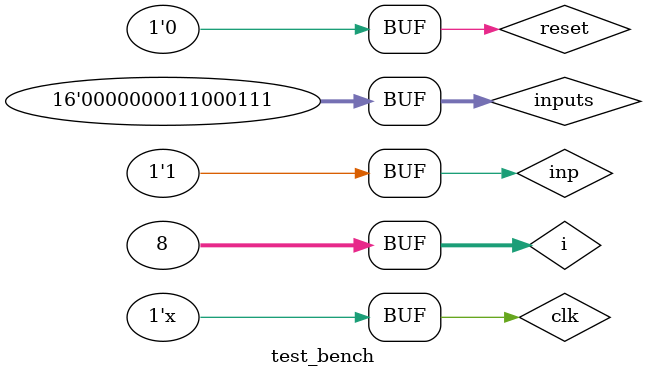
<source format=v>
`timescale 1ns/1ps

module fsm(reset,out,inp,clk);
input inp,clk,reset;
output reg out;

reg [1:0] curr_state;
reg[1:0] next_state;

//States
parameter A =2'b00;
parameter B =2'b01;
parameter C =2'b10;

//Sequential Logic
always @(posedge clk or posedge reset)
begin
	if(reset==1)
		begin
		out=0;
		curr_state<=A;
		end
	else
		begin
		curr_state<=next_state;
		end
end

//Next State Logic and the Output Logic
//Mealy FSM-output depends on both inputs and current state
always @(curr_state or inp)
begin 
		if(clk==1) begin	
		case(curr_state)
		A:begin
			out<=0;
			if(inp==0) next_state <= B;
			else next_state <= C;
		end
		B:begin
			if(inp==0) begin 
			next_state <= B;
			out<=0;
			end
			else begin
			next_state <= C;
			out<=1;
			end
		end
		C:begin
			if(inp==0) begin
			next_state <= B;
			out<=1;
			end
			else begin
			next_state <= C;
			out<=0;
			end
		end
		default: begin 
			next_state <= A;
			out<=0;
			end
		endcase
		end
end
endmodule

//Testbench
module test_bench;

reg reset,clk,inp;
reg [15:0] inputs;
integer i;
wire out;
fsm uut(reset,out,inp,clk);


initial begin

$dumpfile ("fsm.vcd"); 
$dumpvars(0,test_bench);
clk=1;
end

always
#5 clk=~clk;

//Writing inputs so as to cover all the states and combinations
initial begin

reset=0;

//Covers all the states starting from A to B and then moves forward covering all possible states
inputs=8'b10111000;
inp=0;
for(i=0; i<=7 ;i=i+1)
begin
inp=inputs[i];
#10;
end

#20
reset=1;	//Setting reset=1 so we move back to state A by resetting to now consider all combinations starting from A to C
//Covers all the states starting from A to C and then moves forward covering all possible states
inputs=8'b11000111;
#10 reset=0;
for(i=0; i<=7 ;i=i+1)
begin
inp=inputs[i];
#10;
end

end 
endmodule





















</source>
